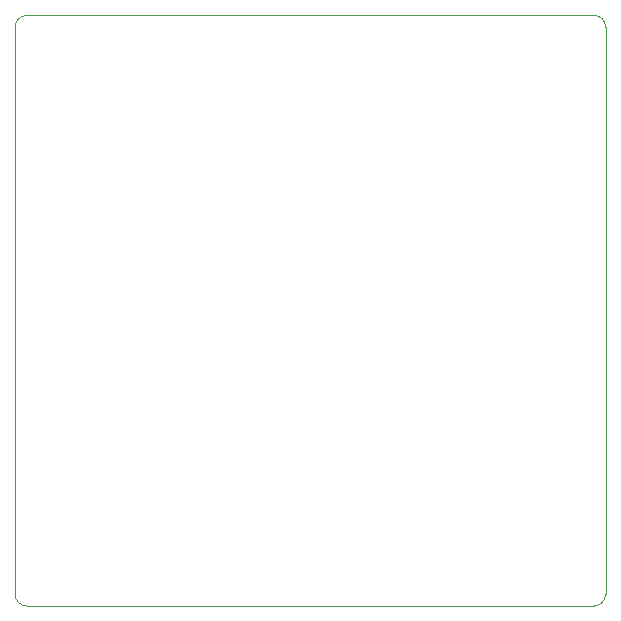
<source format=gko>
%TF.GenerationSoftware,KiCad,Pcbnew,(5.1.6)-1*%
%TF.CreationDate,2020-12-14T17:26:25+01:00*%
%TF.ProjectId,omodri_laas,6f6d6f64-7269-45f6-9c61-61732e6b6963,1.0*%
%TF.SameCoordinates,Original*%
%TF.FileFunction,Profile,NP*%
%FSLAX46Y46*%
G04 Gerber Fmt 4.6, Leading zero omitted, Abs format (unit mm)*
G04 Created by KiCad (PCBNEW (5.1.6)-1) date 2020-12-14 17:26:25*
%MOMM*%
%LPD*%
G01*
G04 APERTURE LIST*
%TA.AperFunction,Profile*%
%ADD10C,0.050000*%
%TD*%
G04 APERTURE END LIST*
D10*
X150000000Y-51000000D02*
X150000000Y-99000000D01*
X149000000Y-50000000D02*
G75*
G02*
X150000000Y-51000000I0J-1000000D01*
G01*
X149000000Y-100000000D02*
X101000000Y-100000000D01*
X101000000Y-50000000D02*
X149000000Y-50000000D01*
X100000000Y-99000000D02*
X100000000Y-51000000D01*
X101000000Y-100000000D02*
G75*
G02*
X100000000Y-99000000I0J1000000D01*
G01*
X150000000Y-99000000D02*
G75*
G02*
X149000000Y-100000000I-1000000J0D01*
G01*
X100000000Y-51000000D02*
G75*
G02*
X101000000Y-50000000I1000000J0D01*
G01*
M02*

</source>
